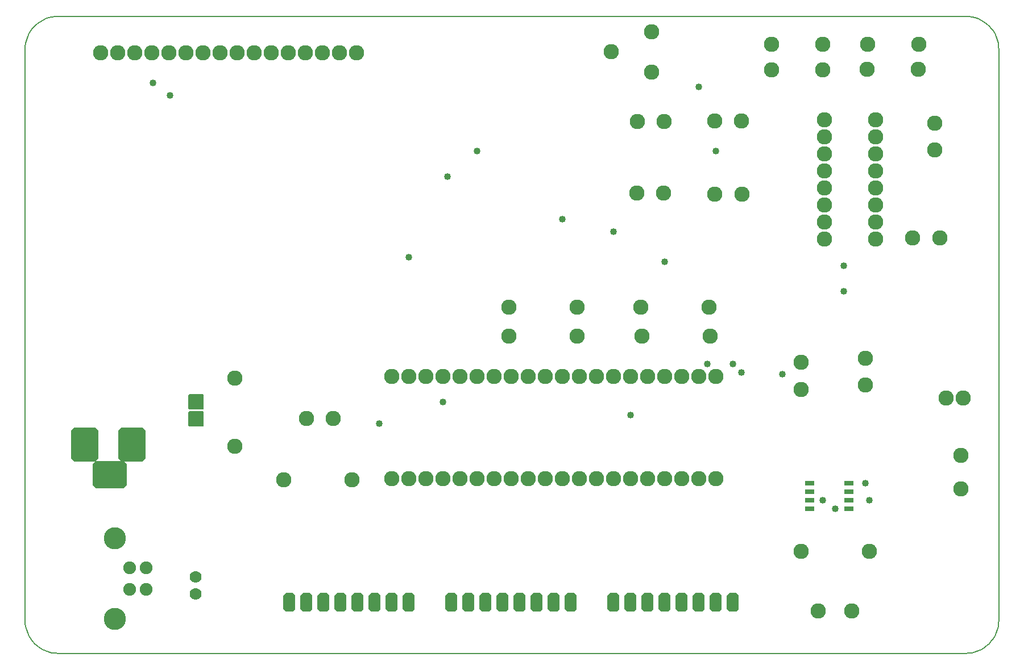
<source format=gbr>
G04 PROTEUS GERBER X2 FILE*
%TF.GenerationSoftware,Labcenter,Proteus,8.5-SP0-Build22067*%
%TF.CreationDate,2019-05-13T13:00:47+00:00*%
%TF.FileFunction,Soldermask,Top*%
%TF.FilePolarity,Negative*%
%TF.Part,Single*%
%FSLAX45Y45*%
%MOMM*%
G01*
%TA.AperFunction,Material*%
%ADD29C,1.016000*%
%ADD72C,2.286000*%
%AMPPAD023*
4,1,8,
1.578410,-2.540000,
-1.578410,-2.540000,
-2.032000,-2.086410,
-2.032000,2.086410,
-1.578410,2.540000,
1.578410,2.540000,
2.032000,2.086410,
2.032000,-2.086410,
1.578410,-2.540000,
0*%
%ADD73PPAD023*%
%AMPPAD024*
4,1,8,
2.540000,1.578410,
2.540000,-1.578410,
2.086410,-2.032000,
-2.086410,-2.032000,
-2.540000,-1.578410,
-2.540000,1.578410,
-2.086410,2.032000,
2.086410,2.032000,
2.540000,1.578410,
0*%
%ADD30PPAD024*%
%ADD31C,1.905000*%
%ADD32C,3.302000*%
%AMPPAD027*
4,1,8,
-0.509800,1.397000,
0.509800,1.397000,
0.889000,1.017800,
0.889000,-1.017800,
0.509800,-1.397000,
-0.509800,-1.397000,
-0.889000,-1.017800,
-0.889000,1.017800,
-0.509800,1.397000,
0*%
%ADD33PPAD027*%
%AMPPAD028*
4,1,4,
-0.698500,-0.304800,
-0.698500,0.304800,
0.698500,0.304800,
0.698500,-0.304800,
-0.698500,-0.304800,
0*%
%ADD34PPAD028*%
%ADD35C,1.778000*%
%AMPPAD030*
4,1,36,
-1.143000,-1.016000,
-1.143000,1.016000,
-1.140470,1.041970,
-1.133200,1.065980,
-1.121650,1.087580,
-1.106290,1.106290,
-1.087570,1.121650,
-1.065980,1.133200,
-1.041970,1.140470,
-1.016000,1.143000,
1.016000,1.143000,
1.041970,1.140470,
1.065980,1.133200,
1.087570,1.121650,
1.106290,1.106290,
1.121650,1.087580,
1.133200,1.065980,
1.140470,1.041970,
1.143000,1.016000,
1.143000,-1.016000,
1.140470,-1.041970,
1.133200,-1.065980,
1.121650,-1.087580,
1.106290,-1.106290,
1.087570,-1.121650,
1.065980,-1.133200,
1.041970,-1.140470,
1.016000,-1.143000,
-1.016000,-1.143000,
-1.041970,-1.140470,
-1.065980,-1.133200,
-1.087570,-1.121650,
-1.106290,-1.106290,
-1.121650,-1.087580,
-1.133200,-1.065980,
-1.140470,-1.041970,
-1.143000,-1.016000,
0*%
%ADD36PPAD030*%
%TA.AperFunction,Profile*%
%ADD20C,0.203200*%
D29*
X+12509500Y+2540000D03*
X+12573000Y+2286000D03*
X+6286500Y+7112000D03*
X+6223000Y+3746500D03*
X+5715000Y+5905500D03*
X+9525000Y+5842000D03*
X+10033000Y+8445500D03*
X+5270500Y+3429000D03*
X+9017000Y+3556000D03*
X+2159000Y+8318500D03*
X+8763000Y+6286500D03*
X+8001000Y+6477000D03*
X+1905000Y+8509000D03*
X+12065000Y+2159000D03*
X+10668000Y+4191000D03*
X+11277600Y+4165600D03*
X+12192000Y+5397500D03*
X+12192000Y+5778500D03*
X+11874500Y+2286000D03*
X+10541000Y+4318000D03*
X+10160000Y+4318000D03*
X+6731000Y+7493000D03*
X+10287000Y+7493000D03*
D72*
X+1125220Y+8956040D03*
X+1379220Y+8956040D03*
X+1633220Y+8956040D03*
X+1887220Y+8956040D03*
X+2141220Y+8956040D03*
X+2395220Y+8956040D03*
X+2649220Y+8956040D03*
X+2903220Y+8956040D03*
X+3157220Y+8956040D03*
X+3411220Y+8956040D03*
X+3665220Y+8956040D03*
X+3919220Y+8956040D03*
X+4173220Y+8956040D03*
X+4427220Y+8956040D03*
X+4681220Y+8956040D03*
X+4935220Y+8956040D03*
X+5461000Y+2603500D03*
X+5715000Y+2603500D03*
X+5969000Y+2603500D03*
X+6223000Y+2603500D03*
X+6477000Y+2603500D03*
X+6731000Y+2603500D03*
X+6985000Y+2603500D03*
X+7239000Y+2603500D03*
X+7493000Y+2603500D03*
X+7747000Y+2603500D03*
X+8001000Y+2603500D03*
X+8255000Y+2603500D03*
X+8509000Y+2603500D03*
X+8763000Y+2603500D03*
X+9017000Y+2603500D03*
X+9271000Y+2603500D03*
X+9525000Y+2603500D03*
X+9779000Y+2603500D03*
X+10033000Y+2603500D03*
X+10287000Y+2603500D03*
X+10287000Y+4127500D03*
X+10033000Y+4127500D03*
X+9779000Y+4127500D03*
X+9525000Y+4127500D03*
X+9271000Y+4127500D03*
X+9017000Y+4127500D03*
X+8763000Y+4127500D03*
X+8509000Y+4127500D03*
X+8255000Y+4127500D03*
X+8001000Y+4127500D03*
X+7747000Y+4127500D03*
X+7493000Y+4127500D03*
X+7239000Y+4127500D03*
X+6985000Y+4127500D03*
X+6731000Y+4127500D03*
X+6477000Y+4127500D03*
X+6223000Y+4127500D03*
X+5969000Y+4127500D03*
X+5715000Y+4127500D03*
X+5461000Y+4127500D03*
X+9329980Y+8668740D03*
X+8729980Y+8968740D03*
X+9329980Y+9268740D03*
X+9169400Y+5161280D03*
X+10185400Y+5161280D03*
X+7200900Y+5161280D03*
X+8216900Y+5161280D03*
D73*
X+1589000Y+3111500D03*
D30*
X+1259000Y+2661500D03*
D73*
X+889000Y+3111500D03*
D72*
X+13543280Y+7907020D03*
X+13543280Y+7507020D03*
X+11899900Y+7955280D03*
X+11899900Y+7701280D03*
X+11899900Y+7447280D03*
X+11899900Y+7193280D03*
X+11899900Y+6939280D03*
X+11899900Y+6685280D03*
X+11899900Y+6431280D03*
X+11899900Y+6177280D03*
X+12661900Y+6177280D03*
X+12661900Y+6431280D03*
X+12661900Y+6685280D03*
X+12661900Y+6939280D03*
X+12661900Y+7193280D03*
X+12661900Y+7447280D03*
X+12661900Y+7701280D03*
X+12661900Y+7955280D03*
X+3853180Y+2590800D03*
X+4869180Y+2590800D03*
X+9187180Y+4726940D03*
X+10203180Y+4726940D03*
X+7200900Y+4729480D03*
X+8216900Y+4729480D03*
X+11811000Y+635000D03*
X+12311000Y+635000D03*
X+4589780Y+3502660D03*
X+4189780Y+3502660D03*
X+10671860Y+6847840D03*
X+10271860Y+6847840D03*
X+13939520Y+2448560D03*
X+13939520Y+2948560D03*
X+13618260Y+6195060D03*
X+13218260Y+6195060D03*
X+9509660Y+6863080D03*
X+9109660Y+6863080D03*
X+9519920Y+7932420D03*
X+9119920Y+7932420D03*
X+10668000Y+7937500D03*
X+10268000Y+7937500D03*
D31*
X+1805940Y+952500D03*
X+1805940Y+1272540D03*
X+1557020Y+1272540D03*
X+1557020Y+952500D03*
D32*
X+1333500Y+1714500D03*
X+1333500Y+510540D03*
D72*
X+11557000Y+3937000D03*
X+11557000Y+4337000D03*
X+12509500Y+4000500D03*
X+12509500Y+4400500D03*
X+11112500Y+9080500D03*
X+11874500Y+9080500D03*
X+12547600Y+9080500D03*
X+13309600Y+9080500D03*
X+12534900Y+8712200D03*
X+13296900Y+8712200D03*
X+11112500Y+8704580D03*
X+11874500Y+8704580D03*
D33*
X+6350000Y+762000D03*
X+6604000Y+762000D03*
X+6858000Y+762000D03*
X+7112000Y+762000D03*
X+7366000Y+762000D03*
X+7620000Y+762000D03*
X+7874000Y+762000D03*
X+8128000Y+762000D03*
X+8763000Y+762000D03*
X+9017000Y+762000D03*
X+9271000Y+762000D03*
X+9525000Y+762000D03*
X+9779000Y+762000D03*
X+10033000Y+762000D03*
X+10287000Y+762000D03*
X+10541000Y+762000D03*
X+3937000Y+762000D03*
X+4191000Y+762000D03*
X+4445000Y+762000D03*
X+4699000Y+762000D03*
X+4953000Y+762000D03*
X+5207000Y+762000D03*
X+5461000Y+762000D03*
X+5715000Y+762000D03*
D72*
X+13970000Y+3810000D03*
X+13716000Y+3810000D03*
D34*
X+11684000Y+2540000D03*
X+11684000Y+2413000D03*
X+11684000Y+2286000D03*
X+11684000Y+2159000D03*
X+12264000Y+2159000D03*
X+12264000Y+2286000D03*
X+12264000Y+2413000D03*
X+12264000Y+2540000D03*
D35*
X+2540000Y+1143000D03*
X+2540000Y+889000D03*
D72*
X+11557000Y+1524000D03*
X+12573000Y+1524000D03*
D36*
X+2547620Y+3492500D03*
X+2547620Y+3746500D03*
D72*
X+3121660Y+4104640D03*
X+3121660Y+3088640D03*
D20*
X+0Y+500000D02*
X+0Y+9000000D01*
X+14500000Y+500000D02*
X+14500000Y+9000000D01*
X+14000000Y+0D02*
X+500000Y+0D01*
X+14000000Y+9500000D02*
X+500000Y+9500000D01*
X+0Y+9000000D02*
X+2525Y+9051964D01*
X+9949Y+9102234D01*
X+22041Y+9150581D01*
X+38574Y+9196777D01*
X+59318Y+9240593D01*
X+84045Y+9281799D01*
X+112526Y+9320168D01*
X+144531Y+9355469D01*
X+179832Y+9387474D01*
X+218201Y+9415955D01*
X+259407Y+9440681D01*
X+303223Y+9461426D01*
X+349419Y+9477959D01*
X+397766Y+9490051D01*
X+448036Y+9497475D01*
X+500000Y+9500000D01*
X+14500000Y+9000000D02*
X+14497475Y+9051964D01*
X+14490051Y+9102234D01*
X+14477959Y+9150581D01*
X+14461426Y+9196777D01*
X+14440682Y+9240593D01*
X+14415955Y+9281799D01*
X+14387474Y+9320168D01*
X+14355469Y+9355469D01*
X+14320168Y+9387474D01*
X+14281799Y+9415955D01*
X+14240593Y+9440681D01*
X+14196777Y+9461426D01*
X+14150581Y+9477959D01*
X+14102234Y+9490051D01*
X+14051964Y+9497475D01*
X+14000000Y+9500000D01*
X+14500000Y+500000D02*
X+14497475Y+448036D01*
X+14490051Y+397766D01*
X+14477959Y+349419D01*
X+14461426Y+303223D01*
X+14440682Y+259407D01*
X+14415955Y+218201D01*
X+14387474Y+179832D01*
X+14355469Y+144531D01*
X+14320168Y+112526D01*
X+14281799Y+84045D01*
X+14240593Y+59319D01*
X+14196777Y+38574D01*
X+14150581Y+22041D01*
X+14102234Y+9949D01*
X+14051964Y+2525D01*
X+14000000Y+0D01*
X+0Y+500000D02*
X+2525Y+448036D01*
X+9949Y+397766D01*
X+22041Y+349419D01*
X+38574Y+303223D01*
X+59318Y+259407D01*
X+84045Y+218201D01*
X+112526Y+179832D01*
X+144531Y+144531D01*
X+179832Y+112526D01*
X+218201Y+84045D01*
X+259407Y+59319D01*
X+303223Y+38574D01*
X+349419Y+22041D01*
X+397766Y+9949D01*
X+448036Y+2525D01*
X+500000Y+0D01*
M02*

</source>
